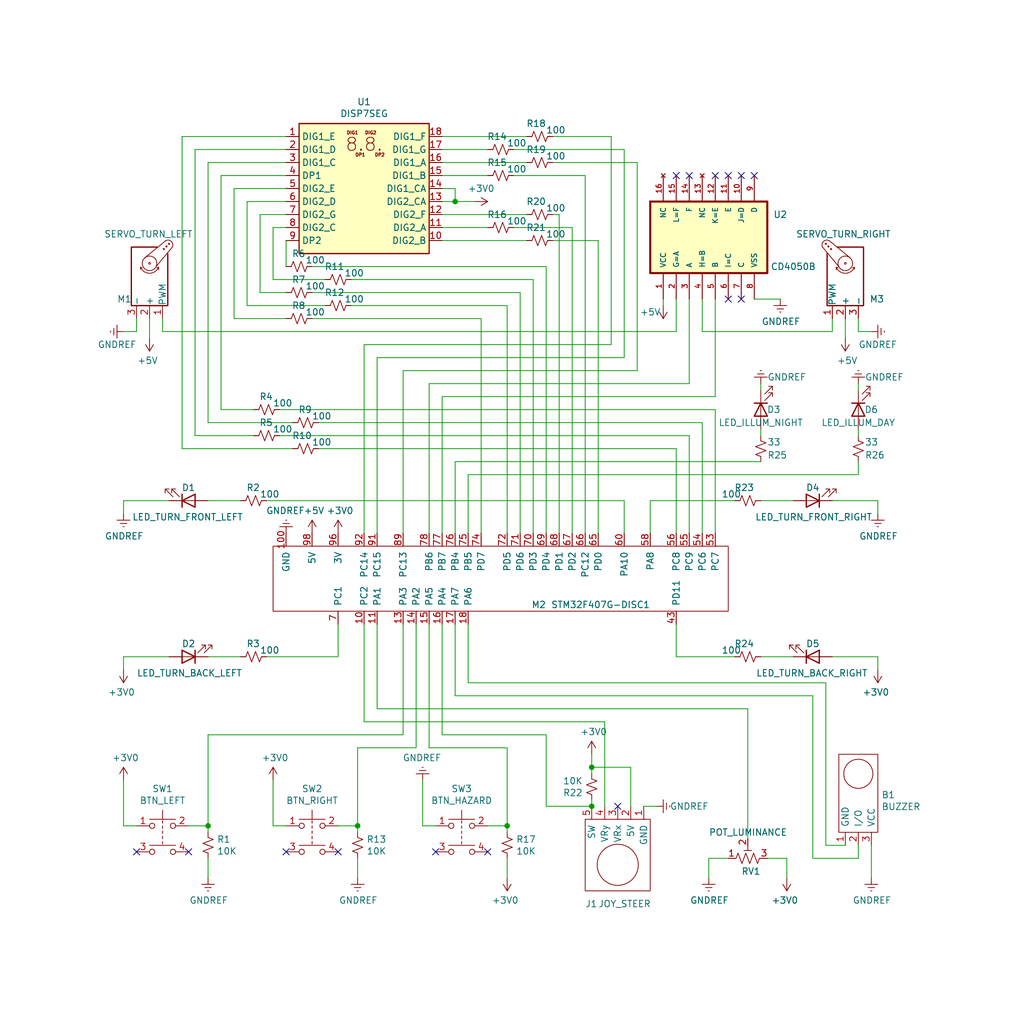
<source format=kicad_sch>
(kicad_sch (version 20211123) (generator eeschema)
  (paper "User" 200 200)
  (lib_symbols
    (symbol "Device:LED" (pin_numbers hide) (pin_names (offset 1.016) hide)
      (property "Reference" "D" (at 0 2.54 0))
      (property "Value" "LED" (at 0 -2.54 0))
      (symbol "LED_0_1"
        (polyline (pts (xy -1.27 -1.27) (xy -1.27 1.27)) (stroke (width 0.254)))
        (polyline (pts (xy -1.27 0) (xy 1.27 0)))
        (polyline (pts (xy 1.27 -1.27) (xy 1.27 1.27) (xy -1.27 0) (xy 1.27 -1.27)) (stroke (width 0.254)))
        (polyline (pts (xy -3.048 -0.762) (xy -4.572 -2.286) (xy -3.81 -2.286) (xy -4.572 -2.286) (xy -4.572 -1.524)))
        (polyline (pts (xy -1.778 -0.762) (xy -3.302 -2.286) (xy -2.54 -2.286) (xy -3.302 -2.286) (xy -3.302 -1.524)))
      )
      (symbol "LED_1_1"
        (pin passive line (at -3.81 0 0) (length 2.54) (name "K") (number "1"))
        (pin passive line (at 3.81 0 180) (length 2.54) (name "A") (number "2"))
      )
    )
    (symbol "Device:R_Small_US" (pin_numbers hide) (pin_names (offset 0.254) hide)
      (property "Reference" "R" (at 0.762 0.508 0))
      (property "Value" "R_Small_US" (at 0.762 -1.016 0))
      (symbol "R_Small_US_1_1"
        (polyline (pts (xy 0 0) (xy 1.016 -0.381) (xy 0 -0.762) (xy -1.016 -1.143) (xy 0 -1.524)))
        (polyline (pts (xy 0 1.524) (xy 1.016 1.143) (xy 0 0.762) (xy -1.016 0.381) (xy 0 0)))
        (pin passive line (at 0 2.54 270) (length 1.016) (name "~") (number "1"))
        (pin passive line (at 0 -2.54 90) (length 1.016) (name "~") (number "2"))
      )
    )
    (symbol "Motor:Motor_Servo" (pin_names (offset 0.0254))
      (property "Reference" "M" (at -5.08 4.445 0))
      (property "Value" "Motor_Servo" (at -5.08 -4.064 0))
      (symbol "Motor_Servo_0_1"
        (polyline (pts (xy 2.413 -1.778) (xy 2.032 -1.778)))
        (polyline (pts (xy 2.413 -1.778) (xy 2.286 -1.397)))
        (polyline (pts (xy 2.413 1.778) (xy 1.905 1.778)))
        (polyline (pts (xy 2.413 1.778) (xy 2.286 1.397)))
        (polyline (pts (xy 6.35 4.445) (xy 2.54 1.27)))
        (polyline (pts (xy 7.62 3.175) (xy 4.191 -1.016)))
        (polyline (pts (xy 5.08 3.556) (xy -5.08 3.556) (xy -5.08 -3.556) (xy 6.35 -3.556) (xy 6.35 1.524)) (stroke (width 0.254)))
        (arc (start 2.413 1.778) (mid 1.2406 0) (end 2.413 -1.778))
        (circle (center 3.175 0) (radius 0.1778))
        (circle (center 3.175 0) (radius 1.4224))
        (circle (center 5.969 2.794) (radius 0.127))
        (circle (center 6.477 3.302) (radius 0.127))
        (circle (center 6.985 3.81) (radius 0.127))
        (arc (start 7.62 3.175) (mid 7.4485 4.2735) (end 6.35 4.445))
      )
      (symbol "Motor_Servo_1_1"
        (pin passive line (at -7.62 2.54 0) (length 2.54) (name "PWM") (number "1"))
        (pin passive line (at -7.62 0 0) (length 2.54) (name "+") (number "2"))
        (pin passive line (at -7.62 -2.54 0) (length 2.54) (name "-") (number "3"))
      )
    )
    (symbol "Schematic-rescue:BUZZER-Audio" (pin_names (offset 1.016))
      (property "Reference" "B" (at -2.54 8.89 0))
      (property "Value" "BUZZER-Audio" (at 0 -1.27 0))
      (symbol "BUZZER-Audio_0_0"
        (pin power_in line (at -2.54 -10.16 90) (length 2.54) (name "GND") (number "1"))
        (pin input line (at 0 -10.16 90) (length 2.54) (name "I/O") (number "2"))
        (pin power_in line (at 2.54 -10.16 90) (length 2.54) (name "VCC") (number "3"))
      )
      (symbol "BUZZER-Audio_0_1"
        (rectangle (start -3.81 7.62) (end 3.81 -7.62))
        (circle (center 0 3.81) (radius 2.8448))
      )
    )
    (symbol "Schematic-rescue:CD4050B-cd4050b" (pin_names (offset 1.016))
      (property "Reference" "U" (at -5.08 12.7 0))
      (property "Value" "CD4050B-cd4050b" (at 1.27 -3.81 90))
      (symbol "CD4050B-cd4050b_0_0"
        (rectangle (start -6.35 -11.43) (end 7.62 11.43) (stroke (width 0.4064)) (fill (type background)))
        (pin power_in line (at -11.43 8.89 0) (length 5.08) (name "VCC") (number "1"))
        (pin output line (at 12.7 -6.35 180) (length 5.08) (name "J=D") (number "10"))
        (pin input line (at 12.7 -3.81 180) (length 5.08) (name "E") (number "11"))
        (pin output line (at 12.7 -1.27 180) (length 5.08) (name "K=E") (number "12"))
        (pin no_connect line (at 12.7 1.27 180) (length 5.08) (name "NC") (number "13"))
        (pin input line (at 12.7 3.81 180) (length 5.08) (name "F") (number "14"))
        (pin output line (at 12.7 6.35 180) (length 5.08) (name "L=F") (number "15"))
        (pin no_connect line (at 12.7 8.89 180) (length 5.08) (name "NC") (number "16"))
        (pin output line (at -11.43 6.35 0) (length 5.08) (name "G=A") (number "2"))
        (pin input line (at -11.43 3.81 0) (length 5.08) (name "A") (number "3"))
        (pin output line (at -11.43 1.27 0) (length 5.08) (name "H=B") (number "4"))
        (pin input line (at -11.43 -1.27 0) (length 5.08) (name "B") (number "5"))
        (pin output line (at -11.43 -3.81 0) (length 5.08) (name "I=C") (number "6"))
        (pin input line (at -11.43 -6.35 0) (length 5.08) (name "C") (number "7"))
        (pin power_in line (at -11.43 -8.89 0) (length 5.08) (name "VSS") (number "8"))
        (pin input line (at 12.7 -8.89 180) (length 5.08) (name "D") (number "9"))
      )
    )
    (symbol "Schematic-rescue:DA56-11EWA-da56-11surkwa"
      (property "Reference" "U" (at -11.43 13.97 0))
      (property "Value" "DA56-11EWA-da56-11surkwa" (at 12.7 13.97 0))
      (symbol "DA56-11EWA-da56-11surkwa_0_0"
        (text "8.8." (at 0 8.636 0) (effects (font (size 2.54 2.54))))
        (text "DIG1" (at -2.286 10.922 0) (effects (font (size 0.635 0.635))))
        (text "DIG2" (at 1.27 10.922 0) (effects (font (size 0.635 0.635))))
        (text "DP1" (at -0.762 6.604 0) (effects (font (size 0.635 0.635))))
        (text "DP2" (at 3.048 6.604 0) (effects (font (size 0.635 0.635))))
      )
      (symbol "DA56-11EWA-da56-11surkwa_0_1"
        (rectangle (start -12.7 12.7) (end 12.7 -12.7) (stroke (width 0.254)) (fill (type background)))
      )
      (symbol "DA56-11EWA-da56-11surkwa_1_1"
        (pin input line (at -15.24 10.16 0) (length 2.54) (name "DIG1_E") (number "1"))
        (pin input line (at 15.24 -10.16 180) (length 2.54) (name "DIG2_B") (number "10"))
        (pin input line (at 15.24 -7.62 180) (length 2.54) (name "DIG2_A") (number "11"))
        (pin input line (at 15.24 -5.08 180) (length 2.54) (name "DIG2_F") (number "12"))
        (pin input line (at 15.24 -2.54 180) (length 2.54) (name "DIG2_CA") (number "13"))
        (pin input line (at 15.24 0 180) (length 2.54) (name "DIG1_CA") (number "14"))
        (pin input line (at 15.24 2.54 180) (length 2.54) (name "DIG1_B") (number "15"))
        (pin input line (at 15.24 5.08 180) (length 2.54) (name "DIG1_A") (number "16"))
        (pin input line (at 15.24 7.62 180) (length 2.54) (name "DIG1_G") (number "17"))
        (pin input line (at 15.24 10.16 180) (length 2.54) (name "DIG1_F") (number "18"))
        (pin input line (at -15.24 7.62 0) (length 2.54) (name "DIG1_D") (number "2"))
        (pin input line (at -15.24 5.08 0) (length 2.54) (name "DIG1_C") (number "3"))
        (pin input line (at -15.24 2.54 0) (length 2.54) (name "DP1") (number "4"))
        (pin input line (at -15.24 0 0) (length 2.54) (name "DIG2_E") (number "5"))
        (pin input line (at -15.24 -2.54 0) (length 2.54) (name "DIG2_D") (number "6"))
        (pin input line (at -15.24 -5.08 0) (length 2.54) (name "DIG2_G") (number "7"))
        (pin input line (at -15.24 -7.62 0) (length 2.54) (name "DIG2_C") (number "8"))
        (pin input line (at -15.24 -10.16 0) (length 2.54) (name "DP2") (number "9"))
      )
    )
    (symbol "Schematic-rescue:JOYSTICK-joystick" (pin_names (offset 1.016))
      (property "Reference" "J" (at 78.74 -8.89 0))
      (property "Value" "JOYSTICK-joystick" (at 73.66 12.7 0))
      (symbol "JOYSTICK-joystick_0_0"
        (pin power_in line (at -5.08 11.43 270) (length 2.54) (name "GND") (number "1"))
        (pin power_in line (at -2.54 11.43 270) (length 2.54) (name "5V") (number "2"))
        (pin output line (at 0 11.43 270) (length 2.54) (name "VRx") (number "3"))
        (pin output line (at 2.54 11.43 270) (length 2.54) (name "VRy") (number "4"))
        (pin output line (at 5.08 11.43 270) (length 2.54) (name "SW") (number "5"))
      )
      (symbol "JOYSTICK-joystick_0_1"
        (rectangle (start -6.35 8.89) (end 6.35 -5.08))
        (circle (center 0 0) (radius 4.0132))
      )
    )
    (symbol "Schematic-rescue:R_POT_TRIM_US-Device" (pin_names (offset 1.016) hide)
      (property "Reference" "RV" (at -4.445 0 90))
      (property "Value" "R_POT_TRIM_US-Device" (at -2.54 0 90))
      (symbol "R_POT_TRIM_US-Device_0_1"
        (polyline (pts (xy 0 -2.286) (xy 0 -2.54)))
        (polyline (pts (xy 0 2.286) (xy 0 2.54)))
        (polyline (pts (xy 1.524 0.762) (xy 1.524 -0.762)))
        (polyline (pts (xy 2.54 0) (xy 1.524 0)))
        (polyline (pts (xy 0 -0.762) (xy 1.016 -1.143) (xy 0 -1.524) (xy -1.016 -1.905) (xy 0 -2.286)))
        (polyline (pts (xy 0 0.762) (xy 1.016 0.381) (xy 0 0) (xy -1.016 -0.381) (xy 0 -0.762)))
        (polyline (pts (xy 0 2.286) (xy 1.016 1.905) (xy 0 1.524) (xy -1.016 1.143) (xy 0 0.762)))
      )
      (symbol "R_POT_TRIM_US-Device_1_1"
        (pin passive line (at 0 3.81 270) (length 1.27) (name "1") (number "1"))
        (pin passive line (at 3.81 0 180) (length 1.27) (name "2") (number "2"))
        (pin passive line (at 0 -3.81 90) (length 1.27) (name "3") (number "3"))
      )
    )
    (symbol "Schematic-rescue:STM32F407G-DISC1-stm32f407g-disc1" (pin_names (offset 1.016))
      (property "Reference" "M" (at 46.99 -2.54 0))
      (property "Value" "STM32F407G-DISC1-stm32f407g-disc1" (at 55.88 -5.08 0))
      (symbol "STM32F407G-DISC1-stm32f407g-disc1_0_0"
        (pin input line (at -25.4 -8.89 90) (length 2.54) (name "PC2") (number "10"))
        (pin power_out line (at -40.64 8.89 270) (length 2.54) (name "GND") (number "100"))
        (pin input line (at -22.86 -8.89 90) (length 2.54) (name "PA1") (number "11"))
        (pin input line (at -17.78 -8.89 90) (length 2.54) (name "PA3") (number "13"))
        (pin input line (at -15.24 -8.89 90) (length 2.54) (name "PA2") (number "14"))
        (pin input line (at -12.7 -8.89 90) (length 2.54) (name "PA5") (number "15"))
        (pin input line (at -10.16 -8.89 90) (length 2.54) (name "PA4") (number "16"))
        (pin output line (at -7.62 -8.89 90) (length 2.54) (name "PA7") (number "17"))
        (pin output line (at -5.08 -8.89 90) (length 2.54) (name "PA6") (number "18"))
        (pin output line (at 35.56 -8.89 90) (length 2.54) (name "PD11") (number "43"))
        (pin output line (at 43.18 8.89 270) (length 2.54) (name "PC7") (number "53"))
        (pin output line (at 40.64 8.89 270) (length 2.54) (name "PC6") (number "54"))
        (pin output line (at 38.1 8.89 270) (length 2.54) (name "PC9") (number "55"))
        (pin output line (at 35.56 8.89 270) (length 2.54) (name "PC8") (number "56"))
        (pin output line (at 30.48 8.89 270) (length 2.54) (name "PA8") (number "58"))
        (pin output line (at 25.4 8.89 270) (length 2.54) (name "PA10") (number "60"))
        (pin output line (at 20.32 8.89 270) (length 2.54) (name "PD0") (number "65"))
        (pin output line (at 17.78 8.89 270) (length 2.54) (name "PC12") (number "66"))
        (pin output line (at 15.24 8.89 270) (length 2.54) (name "PD2") (number "67"))
        (pin output line (at 12.7 8.89 270) (length 2.54) (name "PD1") (number "68"))
        (pin output line (at 10.16 8.89 270) (length 2.54) (name "PD4") (number "69"))
        (pin output line (at -30.48 -8.89 90) (length 2.54) (name "PC1") (number "7"))
        (pin output line (at 7.62 8.89 270) (length 2.54) (name "PD3") (number "70"))
        (pin output line (at 5.08 8.89 270) (length 2.54) (name "PD6") (number "71"))
        (pin output line (at 2.54 8.89 270) (length 2.54) (name "PD5") (number "72"))
        (pin output line (at -2.54 8.89 270) (length 2.54) (name "PD7") (number "74"))
        (pin output line (at -5.08 8.89 270) (length 2.54) (name "PB5") (number "75"))
        (pin output line (at -7.62 8.89 270) (length 2.54) (name "PB4") (number "76"))
        (pin output line (at -10.16 8.89 270) (length 2.54) (name "PB7") (number "77"))
        (pin output line (at -12.7 8.89 270) (length 2.54) (name "PB6") (number "78"))
        (pin output line (at -17.78 8.89 270) (length 2.54) (name "PC13") (number "89"))
        (pin output line (at -22.86 8.89 270) (length 2.54) (name "PC15") (number "91"))
        (pin output line (at -25.4 8.89 270) (length 2.54) (name "PC14") (number "92"))
        (pin power_out line (at -30.48 8.89 270) (length 2.54) (name "3V") (number "96"))
        (pin power_out line (at -35.56 8.89 270) (length 2.54) (name "5V") (number "98"))
      )
      (symbol "STM32F407G-DISC1-stm32f407g-disc1_0_1"
        (rectangle (start -43.18 6.35) (end 45.72 -6.35))
      )
    )
    (symbol "Switch:SW_Push_Dual" (pin_names (offset 1.016) hide)
      (property "Reference" "SW" (at 1.27 2.54 0))
      (property "Value" "SW_Push_Dual" (at 0 -6.858 0))
      (symbol "SW_Push_Dual_0_1"
        (circle (center -2.032 -5.08) (radius 0.508))
        (circle (center -2.032 0) (radius 0.508))
        (polyline (pts (xy 0 -3.048) (xy 0 -3.556)))
        (polyline (pts (xy 0 -2.032) (xy 0 -2.54)))
        (polyline (pts (xy 0 -1.524) (xy 0 -1.016)))
        (polyline (pts (xy 0 -0.508) (xy 0 0)))
        (polyline (pts (xy 0 0.508) (xy 0 1.016)))
        (polyline (pts (xy 0 1.27) (xy 0 3.048)))
        (polyline (pts (xy 2.54 -3.81) (xy -2.54 -3.81)))
        (polyline (pts (xy 2.54 1.27) (xy -2.54 1.27)))
        (circle (center 2.032 -5.08) (radius 0.508))
        (circle (center 2.032 0) (radius 0.508))
        (pin passive line (at -5.08 0 0) (length 2.54) (name "1") (number "1"))
        (pin passive line (at 5.08 0 180) (length 2.54) (name "2") (number "2"))
        (pin passive line (at -5.08 -5.08 0) (length 2.54) (name "3") (number "3"))
        (pin passive line (at 5.08 -5.08 180) (length 2.54) (name "4") (number "4"))
      )
    )
    (symbol "power:+3V0" (power) (pin_names (offset 0))
      (property "Value" "+3V0" (at 0 3.556 0))
      (symbol "+3V0_0_1"
        (polyline (pts (xy -0.762 1.27) (xy 0 2.54)))
        (polyline (pts (xy 0 0) (xy 0 2.54)))
        (polyline (pts (xy 0 2.54) (xy 0.762 1.27)))
      )
      (symbol "+3V0_1_1"
        (pin power_in line (at 0 0 90) (length 0) hide (name "+3V0") (number "1"))
      )
    )
    (symbol "power:+5V" (power) (pin_names (offset 0))
      (property "Value" "+5V" (at 0 3.556 0))
      (symbol "+5V_0_1"
        (polyline (pts (xy -0.762 1.27) (xy 0 2.54)))
        (polyline (pts (xy 0 0) (xy 0 2.54)))
        (polyline (pts (xy 0 2.54) (xy 0.762 1.27)))
      )
      (symbol "+5V_1_1"
        (pin power_in line (at 0 0 90) (length 0) hide (name "+5V") (number "1"))
      )
    )
    (symbol "power:GNDREF" (power) (pin_names (offset 0))
      (property "Value" "GNDREF" (at 0 -3.81 0))
      (symbol "GNDREF_0_1"
        (polyline (pts (xy -0.635 -1.905) (xy 0.635 -1.905)))
        (polyline (pts (xy -0.127 -2.54) (xy 0.127 -2.54)))
        (polyline (pts (xy 0 -1.27) (xy 0 0)))
        (polyline (pts (xy 1.27 -1.27) (xy -1.27 -1.27)))
      )
      (symbol "GNDREF_1_1"
        (pin power_in line (at 0 0 270) (length 0) hide (name "GNDREF") (number "1"))
      )
    )
  )
  (junction (at 115.57 157.48))
  (junction (at 99.06 161.29))
  (junction (at 69.85 161.29))
  (junction (at 88.9 39.37))
  (junction (at 115.57 149.86))
  (junction (at 40.64 161.29))
  (no_connect (at 95.25 166.37))
  (no_connect (at 66.04 166.37))
  (no_connect (at 55.88 166.37))
  (no_connect (at 147.32 34.29))
  (no_connect (at 144.78 58.42))
  (no_connect (at 85.09 166.37))
  (no_connect (at 139.7 34.29))
  (no_connect (at 132.08 34.29))
  (no_connect (at 144.78 34.29))
  (no_connect (at 120.65 157.48))
  (no_connect (at 36.83 166.37))
  (no_connect (at 142.24 58.42))
  (no_connect (at 142.24 34.29))
  (no_connect (at 26.67 166.37))
  (no_connect (at 134.62 34.29))
  (wire (pts (xy 24.13 152.4) (xy 24.13 161.29)))
  (wire (pts (xy 88.9 90.17) (xy 88.9 104.14)))
  (wire (pts (xy 95.25 161.29) (xy 99.06 161.29)))
  (wire (pts (xy 53.34 44.45) (xy 55.88 44.45)))
  (wire (pts (xy 91.44 92.71) (xy 167.64 92.71)))
  (wire (pts (xy 139.7 77.47) (xy 139.7 58.42)))
  (wire (pts (xy 121.92 97.79) (xy 121.92 104.14)))
  (wire (pts (xy 82.55 152.4) (xy 82.55 161.29)))
  (wire (pts (xy 147.32 58.42) (xy 152.4 58.42)))
  (wire (pts (xy 31.75 64.77) (xy 31.75 62.23)))
  (wire (pts (xy 170.18 165.1) (xy 170.18 171.45)))
  (wire (pts (xy 109.22 104.14) (xy 109.22 41.91)))
  (wire (pts (xy 86.36 39.37) (xy 88.9 39.37)))
  (wire (pts (xy 162.56 62.23) (xy 162.56 64.77)))
  (wire (pts (xy 86.36 77.47) (xy 139.7 77.47)))
  (wire (pts (xy 53.34 161.29) (xy 55.88 161.29)))
  (wire (pts (xy 167.64 74.93) (xy 167.64 76.2)))
  (wire (pts (xy 83.82 74.93) (xy 134.62 74.93)))
  (wire (pts (xy 49.53 85.09) (xy 38.1 85.09)))
  (wire (pts (xy 91.44 133.35) (xy 161.29 133.35)))
  (wire (pts (xy 107.95 46.99) (xy 116.84 46.99)))
  (wire (pts (xy 121.92 29.21) (xy 100.33 29.21)))
  (wire (pts (xy 134.62 85.09) (xy 54.61 85.09)))
  (wire (pts (xy 114.3 104.14) (xy 114.3 34.29)))
  (wire (pts (xy 40.64 161.29) (xy 40.64 162.56)))
  (wire (pts (xy 40.64 167.64) (xy 40.64 171.45)))
  (wire (pts (xy 148.59 97.79) (xy 154.94 97.79)))
  (wire (pts (xy 86.36 46.99) (xy 102.87 46.99)))
  (wire (pts (xy 132.08 58.42) (xy 132.08 64.77)))
  (wire (pts (xy 73.66 69.85) (xy 121.92 69.85)))
  (wire (pts (xy 148.59 90.17) (xy 88.9 90.17)))
  (wire (pts (xy 31.75 64.77) (xy 132.08 64.77)))
  (wire (pts (xy 24.13 161.29) (xy 26.67 161.29)))
  (wire (pts (xy 104.14 54.61) (xy 68.58 54.61)))
  (wire (pts (xy 148.59 83.82) (xy 148.59 85.09)))
  (wire (pts (xy 106.68 52.07) (xy 60.96 52.07)))
  (wire (pts (xy 35.56 87.63) (xy 35.56 26.67)))
  (wire (pts (xy 127 104.14) (xy 127 97.79)))
  (wire (pts (xy 88.9 121.92) (xy 88.9 135.89)))
  (wire (pts (xy 46.99 97.79) (xy 40.64 97.79)))
  (wire (pts (xy 52.07 97.79) (xy 121.92 97.79)))
  (wire (pts (xy 66.04 161.29) (xy 69.85 161.29)))
  (wire (pts (xy 115.57 151.13) (xy 115.57 149.86)))
  (wire (pts (xy 124.46 31.75) (xy 107.95 31.75)))
  (wire (pts (xy 134.62 104.14) (xy 134.62 85.09)))
  (wire (pts (xy 116.84 46.99) (xy 116.84 104.14)))
  (wire (pts (xy 106.68 104.14) (xy 106.68 52.07)))
  (wire (pts (xy 78.74 121.92) (xy 78.74 143.51)))
  (wire (pts (xy 88.9 39.37) (xy 92.71 39.37)))
  (wire (pts (xy 102.87 26.67) (xy 86.36 26.67)))
  (wire (pts (xy 50.8 57.15) (xy 50.8 41.91)))
  (wire (pts (xy 73.66 138.43) (xy 146.05 138.43)))
  (wire (pts (xy 99.06 167.64) (xy 99.06 171.45)))
  (wire (pts (xy 24.13 128.27) (xy 24.13 130.81)))
  (wire (pts (xy 86.36 121.92) (xy 86.36 143.51)))
  (wire (pts (xy 171.45 128.27) (xy 162.56 128.27)))
  (wire (pts (xy 167.64 62.23) (xy 167.64 64.77)))
  (wire (pts (xy 57.15 87.63) (xy 35.56 87.63)))
  (wire (pts (xy 124.46 72.39) (xy 124.46 31.75)))
  (wire (pts (xy 63.5 59.69) (xy 48.26 59.69)))
  (wire (pts (xy 167.64 167.64) (xy 158.75 167.64)))
  (wire (pts (xy 86.36 104.14) (xy 86.36 77.47)))
  (wire (pts (xy 33.02 128.27) (xy 24.13 128.27)))
  (wire (pts (xy 45.72 36.83) (xy 55.88 36.83)))
  (wire (pts (xy 95.25 29.21) (xy 86.36 29.21)))
  (wire (pts (xy 53.34 54.61) (xy 53.34 44.45)))
  (wire (pts (xy 35.56 26.67) (xy 55.88 26.67)))
  (wire (pts (xy 115.57 149.86) (xy 115.57 147.32)))
  (wire (pts (xy 132.08 104.14) (xy 132.08 87.63)))
  (wire (pts (xy 99.06 59.69) (xy 68.58 59.69)))
  (wire (pts (xy 26.67 64.77) (xy 24.13 64.77)))
  (wire (pts (xy 91.44 121.92) (xy 91.44 133.35)))
  (wire (pts (xy 46.99 128.27) (xy 40.64 128.27)))
  (wire (pts (xy 81.28 146.05) (xy 69.85 146.05)))
  (wire (pts (xy 54.61 80.01) (xy 139.7 80.01)))
  (wire (pts (xy 167.64 165.1) (xy 167.64 167.64)))
  (wire (pts (xy 148.59 74.93) (xy 148.59 76.2)))
  (wire (pts (xy 149.86 167.64) (xy 153.67 167.64)))
  (wire (pts (xy 115.57 156.21) (xy 115.57 157.48)))
  (wire (pts (xy 78.74 143.51) (xy 40.64 143.51)))
  (wire (pts (xy 55.88 57.15) (xy 50.8 57.15)))
  (wire (pts (xy 161.29 165.1) (xy 161.29 133.35)))
  (wire (pts (xy 138.43 167.64) (xy 138.43 171.45)))
  (wire (pts (xy 102.87 41.91) (xy 86.36 41.91)))
  (wire (pts (xy 137.16 58.42) (xy 137.16 64.77)))
  (wire (pts (xy 57.15 82.55) (xy 40.64 82.55)))
  (wire (pts (xy 167.64 92.71) (xy 167.64 90.17)))
  (wire (pts (xy 132.08 87.63) (xy 62.23 87.63)))
  (wire (pts (xy 125.73 157.48) (xy 128.27 157.48)))
  (wire (pts (xy 165.1 62.23) (xy 165.1 66.04)))
  (wire (pts (xy 81.28 121.92) (xy 81.28 146.05)))
  (wire (pts (xy 121.92 69.85) (xy 121.92 29.21)))
  (wire (pts (xy 48.26 59.69) (xy 48.26 39.37)))
  (wire (pts (xy 88.9 36.83) (xy 88.9 39.37)))
  (wire (pts (xy 137.16 64.77) (xy 162.56 64.77)))
  (wire (pts (xy 71.12 67.31) (xy 119.38 67.31)))
  (wire (pts (xy 99.06 146.05) (xy 99.06 161.29)))
  (wire (pts (xy 38.1 29.21) (xy 55.88 29.21)))
  (wire (pts (xy 88.9 135.89) (xy 158.75 135.89)))
  (wire (pts (xy 69.85 161.29) (xy 69.85 162.56)))
  (wire (pts (xy 95.25 34.29) (xy 86.36 34.29)))
  (wire (pts (xy 71.12 104.14) (xy 71.12 67.31)))
  (wire (pts (xy 142.24 167.64) (xy 138.43 167.64)))
  (wire (pts (xy 24.13 97.79) (xy 24.13 100.33)))
  (wire (pts (xy 101.6 57.15) (xy 60.96 57.15)))
  (wire (pts (xy 95.25 44.45) (xy 86.36 44.45)))
  (wire (pts (xy 134.62 74.93) (xy 134.62 58.42)))
  (wire (pts (xy 106.68 143.51) (xy 106.68 157.48)))
  (wire (pts (xy 137.16 82.55) (xy 62.23 82.55)))
  (wire (pts (xy 78.74 72.39) (xy 124.46 72.39)))
  (wire (pts (xy 38.1 85.09) (xy 38.1 29.21)))
  (wire (pts (xy 137.16 104.14) (xy 137.16 82.55)))
  (wire (pts (xy 63.5 54.61) (xy 53.34 54.61)))
  (wire (pts (xy 73.66 121.92) (xy 73.66 138.43)))
  (wire (pts (xy 71.12 140.97) (xy 71.12 121.92)))
  (wire (pts (xy 66.04 128.27) (xy 52.07 128.27)))
  (wire (pts (xy 40.64 31.75) (xy 55.88 31.75)))
  (wire (pts (xy 111.76 104.14) (xy 111.76 44.45)))
  (wire (pts (xy 83.82 104.14) (xy 83.82 74.93)))
  (wire (pts (xy 129.54 58.42) (xy 129.54 59.69)))
  (wire (pts (xy 93.98 104.14) (xy 93.98 62.23)))
  (wire (pts (xy 114.3 34.29) (xy 100.33 34.29)))
  (wire (pts (xy 66.04 121.92) (xy 66.04 128.27)))
  (wire (pts (xy 83.82 146.05) (xy 99.06 146.05)))
  (wire (pts (xy 55.88 34.29) (xy 43.18 34.29)))
  (wire (pts (xy 162.56 97.79) (xy 171.45 97.79)))
  (wire (pts (xy 69.85 167.64) (xy 69.85 171.45)))
  (wire (pts (xy 132.08 128.27) (xy 143.51 128.27)))
  (wire (pts (xy 69.85 146.05) (xy 69.85 161.29)))
  (wire (pts (xy 118.11 140.97) (xy 71.12 140.97)))
  (wire (pts (xy 102.87 31.75) (xy 86.36 31.75)))
  (wire (pts (xy 45.72 62.23) (xy 45.72 36.83)))
  (wire (pts (xy 132.08 121.92) (xy 132.08 128.27)))
  (wire (pts (xy 111.76 44.45) (xy 100.33 44.45)))
  (wire (pts (xy 55.88 62.23) (xy 45.72 62.23)))
  (wire (pts (xy 104.14 104.14) (xy 104.14 54.61)))
  (wire (pts (xy 78.74 104.14) (xy 78.74 72.39)))
  (wire (pts (xy 123.19 149.86) (xy 123.19 157.48)))
  (wire (pts (xy 40.64 82.55) (xy 40.64 31.75)))
  (wire (pts (xy 167.64 64.77) (xy 170.18 64.77)))
  (wire (pts (xy 171.45 97.79) (xy 171.45 100.33)))
  (wire (pts (xy 82.55 161.29) (xy 85.09 161.29)))
  (wire (pts (xy 93.98 62.23) (xy 60.96 62.23)))
  (wire (pts (xy 26.67 62.23) (xy 26.67 64.77)))
  (wire (pts (xy 127 97.79) (xy 143.51 97.79)))
  (wire (pts (xy 43.18 80.01) (xy 49.53 80.01)))
  (wire (pts (xy 106.68 157.48) (xy 115.57 157.48)))
  (wire (pts (xy 148.59 128.27) (xy 154.94 128.27)))
  (wire (pts (xy 101.6 104.14) (xy 101.6 57.15)))
  (wire (pts (xy 86.36 143.51) (xy 106.68 143.51)))
  (wire (pts (xy 48.26 39.37) (xy 55.88 39.37)))
  (wire (pts (xy 36.83 161.29) (xy 40.64 161.29)))
  (wire (pts (xy 91.44 104.14) (xy 91.44 92.71)))
  (wire (pts (xy 153.67 167.64) (xy 153.67 171.45)))
  (wire (pts (xy 50.8 41.91) (xy 55.88 41.91)))
  (wire (pts (xy 146.05 138.43) (xy 146.05 163.83)))
  (wire (pts (xy 99.06 161.29) (xy 99.06 162.56)))
  (wire (pts (xy 99.06 104.14) (xy 99.06 59.69)))
  (wire (pts (xy 55.88 52.07) (xy 55.88 46.99)))
  (wire (pts (xy 167.64 83.82) (xy 167.64 85.09)))
  (wire (pts (xy 109.22 41.91) (xy 107.95 41.91)))
  (wire (pts (xy 118.11 157.48) (xy 118.11 140.97)))
  (wire (pts (xy 53.34 152.4) (xy 53.34 161.29)))
  (wire (pts (xy 40.64 143.51) (xy 40.64 161.29)))
  (wire (pts (xy 83.82 121.92) (xy 83.82 146.05)))
  (wire (pts (xy 33.02 97.79) (xy 24.13 97.79)))
  (wire (pts (xy 43.18 34.29) (xy 43.18 80.01)))
  (wire (pts (xy 29.21 62.23) (xy 29.21 66.04)))
  (wire (pts (xy 73.66 104.14) (xy 73.66 69.85)))
  (wire (pts (xy 119.38 26.67) (xy 107.95 26.67)))
  (wire (pts (xy 158.75 135.89) (xy 158.75 167.64)))
  (wire (pts (xy 119.38 67.31) (xy 119.38 26.67)))
  (wire (pts (xy 123.19 149.86) (xy 115.57 149.86)))
  (wire (pts (xy 171.45 128.27) (xy 171.45 130.81)))
  (wire (pts (xy 86.36 36.83) (xy 88.9 36.83)))
  (wire (pts (xy 165.1 165.1) (xy 161.29 165.1)))
  (wire (pts (xy 139.7 80.01) (xy 139.7 104.14)))
  (symbol (lib_id "Switch:SW_Push_Dual") (at 31.75 161.29 0) (unit 1)
    (property "Reference" "SW1" (at 31.75 154.051 0))
    (property "Value" "BTN_LEFT" (at 31.75 156.3624 0))
  )
  (symbol (lib_id "Schematic-rescue:R_POT_TRIM_US-Device") (at 146.05 167.64 90) (unit 1)
    (property "Reference" "RV1" (at 144.78 170.18 90) (effects (justify right)))
    (property "Value" "POT_LUMINANCE" (at 138.43 162.56 90) (effects (justify right)))
  )
  (symbol (lib_id "Device:LED") (at 158.75 97.79 180) (unit 1)
    (property "Reference" "D4" (at 158.75 95.25 0))
    (property "Value" "LED_TURN_FRONT_RIGHT" (at 158.9278 100.9904 0))
  )
  (symbol (lib_id "Device:LED") (at 36.83 128.27 180) (unit 1)
    (property "Reference" "D2" (at 36.83 125.73 0))
    (property "Value" "LED_TURN_BACK_LEFT" (at 37.0078 131.4704 0))
  )
  (symbol (lib_id "Device:LED") (at 158.75 128.27 0) (mirror x) (unit 1)
    (property "Reference" "D5" (at 158.75 125.73 0))
    (property "Value" "LED_TURN_BACK_RIGHT" (at 158.5722 131.4704 0))
  )
  (symbol (lib_id "Device:LED") (at 167.64 80.01 90) (mirror x) (unit 1)
    (property "Reference" "D6" (at 170.18 80.01 90))
    (property "Value" "LED_ILLUM_DAY" (at 167.64 82.55 90))
  )
  (symbol (lib_id "Device:R_Small_US") (at 40.64 165.1 0) (unit 1)
    (property "Reference" "R1" (at 42.3672 163.9316 0) (effects (justify left)))
    (property "Value" "10K" (at 42.3672 166.243 0) (effects (justify left)))
  )
  (symbol (lib_id "Device:R_Small_US") (at 49.53 128.27 90) (unit 1)
    (property "Reference" "R3" (at 50.8 125.73 90) (effects (justify left)))
    (property "Value" "100" (at 54.61 127 90) (effects (justify left)))
  )
  (symbol (lib_id "Motor:Motor_Servo") (at 29.21 54.61 270) (mirror x) (unit 1)
    (property "Reference" "M1" (at 22.86 58.42 90) (effects (justify left)))
    (property "Value" "SERVO_TURN_LEFT" (at 20.32 45.72 90) (effects (justify left)))
    (property "Datasheet" "http://forums.parallax.com/uploads/attachments/46831/74481.png" (effects hide))
  )
  (symbol (lib_id "Motor:Motor_Servo") (at 165.1 54.61 90) (unit 1)
    (property "Reference" "M3" (at 172.72 58.42 90) (effects (justify left)))
    (property "Value" "SERVO_TURN_RIGHT" (at 173.99 45.72 90) (effects (justify left)))
    (property "Datasheet" "http://forums.parallax.com/uploads/attachments/46831/74481.png" (effects hide))
  )
  (symbol (lib_id "Device:R_Small_US") (at 115.57 153.67 180) (unit 1)
    (property "Reference" "R22" (at 113.8428 154.8384 0) (effects (justify left)))
    (property "Value" "10K" (at 113.8428 152.527 0) (effects (justify left)))
  )
  (symbol (lib_id "power:GNDREF") (at 55.88 104.14 180) (unit 1)
    (property "Reference" "#PWR08" (effects hide))
    (property "Value" "GNDREF" (at 55.753 99.7458 0))
  )
  (symbol (lib_id "power:+3V0") (at 66.04 104.14 0) (unit 1)
    (property "Reference" "#PWR010" (effects hide))
    (property "Value" "+3V0" (at 66.421 99.7458 0))
  )
  (symbol (lib_id "power:+5V") (at 60.96 104.14 0) (unit 1)
    (property "Reference" "#PWR09" (effects hide))
    (property "Value" "+5V" (at 61.341 99.7458 0))
  )
  (symbol (lib_id "Schematic-rescue:STM32F407G-DISC1-stm32f407g-disc1") (at 96.52 113.03 0) (unit 1)
    (property "Reference" "M2" (at 106.68 118.11 0) (effects (justify right)))
    (property "Value" "STM32F407G-DISC1" (at 127 118.11 0) (effects (justify right)))
  )
  (symbol (lib_id "Schematic-rescue:JOYSTICK-joystick") (at 120.65 168.91 0) (mirror y) (unit 1)
    (property "Reference" "J1" (at 114.3 176.53 0) (effects (justify right)))
    (property "Value" "JOY_STEER" (at 116.84 176.53 0) (effects (justify right)))
  )
  (symbol (lib_id "Schematic-rescue:CD4050B-cd4050b") (at 138.43 46.99 90) (unit 1)
    (property "Reference" "U2" (at 152.4 41.91 90))
    (property "Value" "CD4050B" (at 154.94 52.07 90))
  )
  (symbol (lib_id "Schematic-rescue:DA56-11EWA-da56-11surkwa") (at 71.12 36.83 0) (unit 1)
    (property "Reference" "U1" (at 71.12 19.8882 0))
    (property "Value" "DISP7SEG" (at 71.12 22.1996 0))
    (property "Footprint" "Display_7Segment:DA56-11SURKWA" (effects hide))
    (property "Datasheet" "http://www.kingbrightusa.com/images/catalog/SPEC/DA56-11EWA.pdf" (effects hide))
  )
  (symbol (lib_id "Device:R_Small_US") (at 146.05 97.79 90) (unit 1)
    (property "Reference" "R23" (at 147.32 95.25 90) (effects (justify left)))
    (property "Value" "100" (at 144.78 96.52 90) (effects (justify left)))
  )
  (symbol (lib_id "power:GNDREF") (at 171.45 100.33 0) (unit 1)
    (property "Reference" "#PWR025" (effects hide))
    (property "Value" "GNDREF" (at 171.577 104.7242 0))
  )
  (symbol (lib_id "Device:R_Small_US") (at 49.53 97.79 90) (unit 1)
    (property "Reference" "R2" (at 50.8 95.25 90) (effects (justify left)))
    (property "Value" "100" (at 54.61 96.52 90) (effects (justify left)))
  )
  (symbol (lib_id "power:GNDREF") (at 24.13 100.33 0) (unit 1)
    (property "Reference" "#PWR02" (effects hide))
    (property "Value" "GNDREF" (at 24.257 104.7242 0))
  )
  (symbol (lib_id "power:GNDREF") (at 40.64 171.45 0) (unit 1)
    (property "Reference" "#PWR06" (effects hide))
    (property "Value" "GNDREF" (at 40.767 175.8442 0))
  )
  (symbol (lib_id "power:+3V0") (at 24.13 152.4 0) (unit 1)
    (property "Reference" "#PWR04" (effects hide))
    (property "Value" "+3V0" (at 24.511 148.0058 0))
  )
  (symbol (lib_id "Switch:SW_Push_Dual") (at 60.96 161.29 0) (unit 1)
    (property "Reference" "SW2" (at 60.96 154.051 0))
    (property "Value" "BTN_RIGHT" (at 60.96 156.3624 0))
  )
  (symbol (lib_id "Device:R_Small_US") (at 69.85 165.1 0) (unit 1)
    (property "Reference" "R13" (at 71.5772 163.9316 0) (effects (justify left)))
    (property "Value" "10K" (at 71.5772 166.243 0) (effects (justify left)))
  )
  (symbol (lib_id "Switch:SW_Push_Dual") (at 90.17 161.29 0) (unit 1)
    (property "Reference" "SW3" (at 90.17 154.051 0))
    (property "Value" "BTN_HAZARD" (at 90.17 156.3624 0))
  )
  (symbol (lib_id "Device:R_Small_US") (at 99.06 165.1 0) (unit 1)
    (property "Reference" "R17" (at 100.7872 163.9316 0) (effects (justify left)))
    (property "Value" "10K" (at 100.7872 166.243 0) (effects (justify left)))
  )
  (symbol (lib_id "power:GNDREF") (at 69.85 171.45 0) (unit 1)
    (property "Reference" "#PWR011" (effects hide))
    (property "Value" "GNDREF" (at 69.977 175.8442 0))
  )
  (symbol (lib_id "power:+3V0") (at 53.34 152.4 0) (unit 1)
    (property "Reference" "#PWR07" (effects hide))
    (property "Value" "+3V0" (at 53.721 148.0058 0))
  )
  (symbol (lib_id "power:+3V0") (at 99.06 171.45 180) (unit 1)
    (property "Reference" "#PWR014" (effects hide))
    (property "Value" "+3V0" (at 98.679 175.8442 0))
  )
  (symbol (lib_id "power:GNDREF") (at 82.55 152.4 180) (unit 1)
    (property "Reference" "#PWR012" (effects hide))
    (property "Value" "GNDREF" (at 82.423 148.0058 0))
  )
  (symbol (lib_id "power:+3V0") (at 24.13 130.81 180) (unit 1)
    (property "Reference" "#PWR03" (effects hide))
    (property "Value" "+3V0" (at 23.749 135.2042 0))
  )
  (symbol (lib_id "power:GNDREF") (at 128.27 157.48 90) (unit 1)
    (property "Reference" "#PWR016" (effects hide))
    (property "Value" "GNDREF" (at 134.62 157.48 90))
  )
  (symbol (lib_id "power:+3V0") (at 115.57 147.32 0) (unit 1)
    (property "Reference" "#PWR015" (effects hide))
    (property "Value" "+3V0" (at 115.951 142.9258 0))
  )
  (symbol (lib_id "power:GNDREF") (at 170.18 171.45 0) (unit 1)
    (property "Reference" "#PWR024" (effects hide))
    (property "Value" "GNDREF" (at 170.307 175.8442 0))
  )
  (symbol (lib_id "Device:R_Small_US") (at 146.05 128.27 90) (unit 1)
    (property "Reference" "R24" (at 147.32 125.73 90) (effects (justify left)))
    (property "Value" "100" (at 144.78 127 90) (effects (justify left)))
  )
  (symbol (lib_id "power:+3V0") (at 171.45 130.81 180) (unit 1)
    (property "Reference" "#PWR026" (effects hide))
    (property "Value" "+3V0" (at 171.069 135.2042 0))
  )
  (symbol (lib_id "power:GNDREF") (at 138.43 171.45 0) (unit 1)
    (property "Reference" "#PWR018" (effects hide))
    (property "Value" "GNDREF" (at 138.557 175.8442 0))
  )
  (symbol (lib_id "power:+3V0") (at 153.67 171.45 180) (unit 1)
    (property "Reference" "#PWR020" (effects hide))
    (property "Value" "+3V0" (at 153.289 175.8442 0))
  )
  (symbol (lib_id "Schematic-rescue:BUZZER-Audio") (at 167.64 154.94 0) (unit 1)
    (property "Reference" "B1" (at 172.1612 155.2448 0) (effects (justify left)))
    (property "Value" "BUZZER" (at 172.1612 157.5562 0) (effects (justify left)))
  )
  (symbol (lib_id "Device:R_Small_US") (at 167.64 87.63 0) (unit 1)
    (property "Reference" "R26" (at 168.91 88.9 0) (effects (justify left)))
    (property "Value" "33" (at 168.91 86.36 0) (effects (justify left)))
  )
  (symbol (lib_id "power:GNDREF") (at 167.64 74.93 180) (unit 1)
    (property "Reference" "#PWR022" (effects hide))
    (property "Value" "GNDREF" (at 172.72 73.66 0))
  )
  (symbol (lib_id "Device:LED") (at 148.59 80.01 90) (mirror x) (unit 1)
    (property "Reference" "D3" (at 151.13 80.01 90))
    (property "Value" "LED_ILLUM_NIGHT" (at 148.59 82.55 90))
  )
  (symbol (lib_id "Device:R_Small_US") (at 148.59 87.63 0) (unit 1)
    (property "Reference" "R25" (at 149.86 88.9 0) (effects (justify left)))
    (property "Value" "33" (at 149.86 86.36 0) (effects (justify left)))
  )
  (symbol (lib_id "power:GNDREF") (at 148.59 74.93 180) (unit 1)
    (property "Reference" "#PWR019" (effects hide))
    (property "Value" "GNDREF" (at 153.67 73.66 0))
  )
  (symbol (lib_id "power:+5V") (at 129.54 59.69 180) (unit 1)
    (property "Reference" "#PWR017" (effects hide))
    (property "Value" "+5V" (at 127 60.96 0))
  )
  (symbol (lib_id "power:GNDREF") (at 24.13 64.77 270) (unit 1)
    (property "Reference" "#PWR01" (effects hide))
    (property "Value" "GNDREF" (at 22.86 67.31 90))
  )
  (symbol (lib_id "power:+5V") (at 29.21 66.04 180) (unit 1)
    (property "Reference" "#PWR05" (effects hide))
    (property "Value" "+5V" (at 28.829 70.4342 0))
  )
  (symbol (lib_id "power:+5V") (at 165.1 66.04 0) (mirror x) (unit 1)
    (property "Reference" "#PWR021" (effects hide))
    (property "Value" "+5V" (at 165.481 70.4342 0))
  )
  (symbol (lib_id "power:GNDREF") (at 170.18 64.77 90) (mirror x) (unit 1)
    (property "Reference" "#PWR023" (effects hide))
    (property "Value" "GNDREF" (at 171.45 67.31 90))
  )
  (symbol (lib_id "power:+3V0") (at 92.71 39.37 270) (unit 1)
    (property "Reference" "#PWR013" (effects hide))
    (property "Value" "+3V0" (at 93.98 36.83 90))
  )
  (symbol (lib_id "Device:LED") (at 36.83 97.79 0) (mirror x) (unit 1)
    (property "Reference" "D1" (at 36.83 95.25 0))
    (property "Value" "LED_TURN_FRONT_LEFT" (at 36.6522 100.9904 0))
  )
  (symbol (lib_id "Device:R_Small_US") (at 58.42 52.07 90) (unit 1)
    (property "Reference" "R6" (at 59.69 49.53 90) (effects (justify left)))
    (property "Value" "100" (at 63.5 50.8 90) (effects (justify left)))
  )
  (symbol (lib_id "Device:R_Small_US") (at 66.04 54.61 90) (unit 1)
    (property "Reference" "R11" (at 67.31 52.07 90) (effects (justify left)))
    (property "Value" "100" (at 71.12 53.34 90) (effects (justify left)))
  )
  (symbol (lib_id "Device:R_Small_US") (at 58.42 57.15 90) (unit 1)
    (property "Reference" "R7" (at 59.69 54.61 90) (effects (justify left)))
    (property "Value" "100" (at 63.5 55.88 90) (effects (justify left)))
  )
  (symbol (lib_id "Device:R_Small_US") (at 66.04 59.69 90) (unit 1)
    (property "Reference" "R12" (at 67.31 57.15 90) (effects (justify left)))
    (property "Value" "100" (at 71.12 58.42 90) (effects (justify left)))
  )
  (symbol (lib_id "Device:R_Small_US") (at 58.42 62.23 90) (unit 1)
    (property "Reference" "R8" (at 59.69 59.69 90) (effects (justify left)))
    (property "Value" "100" (at 63.5 60.96 90) (effects (justify left)))
  )
  (symbol (lib_id "Device:R_Small_US") (at 52.07 80.01 90) (unit 1)
    (property "Reference" "R4" (at 53.34 77.47 90) (effects (justify left)))
    (property "Value" "100" (at 57.15 78.74 90) (effects (justify left)))
  )
  (symbol (lib_id "Device:R_Small_US") (at 59.69 82.55 90) (unit 1)
    (property "Reference" "R9" (at 60.96 80.01 90) (effects (justify left)))
    (property "Value" "100" (at 64.77 81.28 90) (effects (justify left)))
  )
  (symbol (lib_id "Device:R_Small_US") (at 52.07 85.09 90) (unit 1)
    (property "Reference" "R5" (at 53.34 82.55 90) (effects (justify left)))
    (property "Value" "100" (at 57.15 83.82 90) (effects (justify left)))
  )
  (symbol (lib_id "Device:R_Small_US") (at 59.69 87.63 90) (unit 1)
    (property "Reference" "R10" (at 60.96 85.09 90) (effects (justify left)))
    (property "Value" "100" (at 64.77 86.36 90) (effects (justify left)))
  )
  (symbol (lib_id "Device:R_Small_US") (at 105.41 41.91 90) (unit 1)
    (property "Reference" "R20" (at 106.68 39.37 90) (effects (justify left)))
    (property "Value" "100" (at 110.49 40.64 90) (effects (justify left)))
  )
  (symbol (lib_id "Device:R_Small_US") (at 97.79 44.45 90) (unit 1)
    (property "Reference" "R16" (at 99.06 41.91 90) (effects (justify left)))
    (property "Value" "100" (at 102.87 43.18 90) (effects (justify left)))
  )
  (symbol (lib_id "Device:R_Small_US") (at 105.41 46.99 90) (unit 1)
    (property "Reference" "R21" (at 106.68 44.45 90) (effects (justify left)))
    (property "Value" "100" (at 110.49 45.72 90) (effects (justify left)))
  )
  (symbol (lib_id "Device:R_Small_US") (at 97.79 34.29 90) (unit 1)
    (property "Reference" "R15" (at 99.06 31.75 90) (effects (justify left)))
    (property "Value" "100" (at 102.87 33.02 90) (effects (justify left)))
  )
  (symbol (lib_id "Device:R_Small_US") (at 105.41 31.75 90) (unit 1)
    (property "Reference" "R19" (at 106.68 29.21 90) (effects (justify left)))
    (property "Value" "100" (at 110.49 30.48 90) (effects (justify left)))
  )
  (symbol (lib_id "Device:R_Small_US") (at 97.79 29.21 90) (unit 1)
    (property "Reference" "R14" (at 99.06 26.67 90) (effects (justify left)))
    (property "Value" "100" (at 102.87 27.94 90) (effects (justify left)))
  )
  (symbol (lib_id "Device:R_Small_US") (at 105.41 26.67 90) (unit 1)
    (property "Reference" "R18" (at 106.68 24.13 90) (effects (justify left)))
    (property "Value" "100" (at 110.49 25.4 90) (effects (justify left)))
  )
  (symbol (lib_id "power:GNDREF") (at 152.4 58.42 0) (unit 1)
    (property "Reference" "#PWR?" (effects hide))
    (property "Value" "GNDREF" (at 152.527 62.8142 0))
  )
)
</source>
